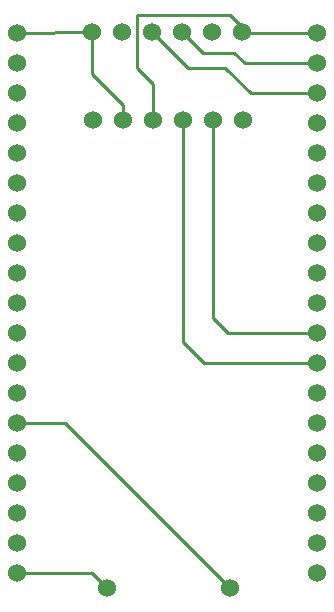
<source format=gtl>
G04 Layer: TopLayer*
G04 EasyEDA v6.5.22, 2023-01-02 13:12:36*
G04 47529accbdb14ac4be852964c7da3e5e,963ededa1bec40798c37f3e62625e793,10*
G04 Gerber Generator version 0.2*
G04 Scale: 100 percent, Rotated: No, Reflected: No *
G04 Dimensions in millimeters *
G04 leading zeros omitted , absolute positions ,4 integer and 5 decimal *
%FSLAX45Y45*%
%MOMM*%

%ADD10C,0.2540*%
%ADD11C,1.5240*%

%LPD*%
D10*
X127000Y1524000D02*
G01*
X533400Y1524000D01*
X1930400Y127000D01*
X127000Y254000D02*
G01*
X762000Y254000D01*
X889000Y127000D01*
X1790700Y4089400D02*
G01*
X1790700Y2413000D01*
X1917700Y2286000D01*
X2667000Y2286000D01*
X2667000Y2032000D02*
G01*
X1714500Y2032000D01*
X1536700Y2209800D01*
X1536700Y4089400D01*
X2667000Y4826000D02*
G01*
X2043811Y4826000D01*
X2031111Y4838700D01*
X127000Y4826000D02*
G01*
X762000Y4837937D01*
X762000Y4483100D01*
X1028700Y4216400D01*
X1028700Y4089400D01*
X2031111Y4838700D02*
G01*
X2031111Y4877688D01*
X1930400Y4978400D01*
X1143000Y4978400D01*
X1143000Y4533900D01*
X1282700Y4394200D01*
X1282700Y4089400D01*
X2667000Y4572000D02*
G01*
X2057400Y4572000D01*
X1968500Y4660900D01*
X1700911Y4660900D01*
X1523111Y4838700D01*
X2667000Y4318000D02*
G01*
X2108200Y4318000D01*
X1892300Y4533900D01*
X1573911Y4533900D01*
X1269111Y4838700D01*
D11*
G01*
X889000Y127000D03*
G01*
X1930400Y127000D03*
G01*
X127000Y508000D03*
G01*
X127000Y254000D03*
G01*
X127000Y762000D03*
G01*
X127000Y1016000D03*
G01*
X127000Y1270000D03*
G01*
X127000Y1524000D03*
G01*
X127000Y1778000D03*
G01*
X127000Y2032000D03*
G01*
X127000Y2286000D03*
G01*
X127000Y2540000D03*
G01*
X127000Y2794000D03*
G01*
X127000Y3048000D03*
G01*
X127000Y3302000D03*
G01*
X127000Y3556000D03*
G01*
X127000Y3810000D03*
G01*
X127000Y4064000D03*
G01*
X127000Y4318000D03*
G01*
X127000Y4572000D03*
G01*
X127000Y4826000D03*
G01*
X2667000Y4826000D03*
G01*
X2667000Y4572000D03*
G01*
X2667000Y4318000D03*
G01*
X2667000Y4064000D03*
G01*
X2667000Y3810000D03*
G01*
X2667000Y3556000D03*
G01*
X2667000Y3302000D03*
G01*
X2667000Y3048000D03*
G01*
X2667000Y2794000D03*
G01*
X2667000Y2540000D03*
G01*
X2667000Y2286000D03*
G01*
X2667000Y2032000D03*
G01*
X2667000Y1778000D03*
G01*
X2667000Y1524000D03*
G01*
X2667000Y1270000D03*
G01*
X2667000Y1016000D03*
G01*
X2667000Y762000D03*
G01*
X2667000Y508000D03*
G01*
X2667000Y254000D03*
G01*
X774700Y4089400D03*
G01*
X1028700Y4089400D03*
G01*
X1282700Y4089400D03*
G01*
X1536700Y4089400D03*
G01*
X1790700Y4089400D03*
G01*
X2044700Y4089400D03*
G01*
X761111Y4838700D03*
G01*
X2031111Y4838700D03*
G01*
X1777111Y4838700D03*
G01*
X1523111Y4838700D03*
G01*
X1269111Y4838700D03*
G01*
X1015111Y4838700D03*
M02*

</source>
